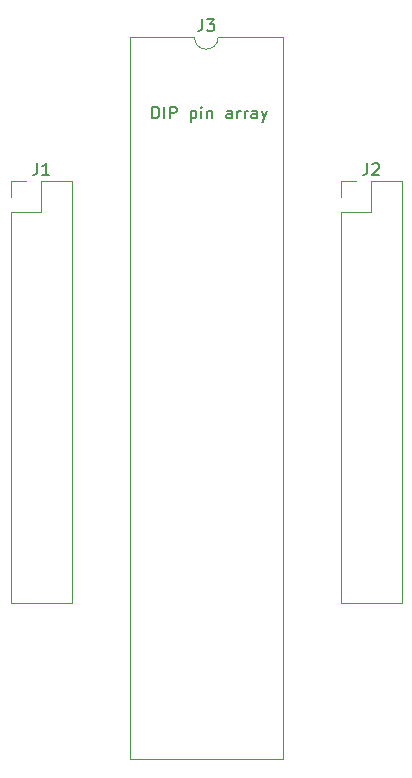
<source format=gbr>
G04 #@! TF.GenerationSoftware,KiCad,Pcbnew,7.0.6-7.0.6~ubuntu23.04.1*
G04 #@! TF.CreationDate,2023-07-23T13:01:15+01:00*
G04 #@! TF.ProjectId,WIZnet adapter,57495a6e-6574-4206-9164-61707465722e,rev?*
G04 #@! TF.SameCoordinates,Original*
G04 #@! TF.FileFunction,Legend,Top*
G04 #@! TF.FilePolarity,Positive*
%FSLAX46Y46*%
G04 Gerber Fmt 4.6, Leading zero omitted, Abs format (unit mm)*
G04 Created by KiCad (PCBNEW 7.0.6-7.0.6~ubuntu23.04.1) date 2023-07-23 13:01:15*
%MOMM*%
%LPD*%
G01*
G04 APERTURE LIST*
%ADD10C,0.150000*%
%ADD11C,0.120000*%
G04 APERTURE END LIST*
D10*
X109394666Y-63164819D02*
X109394666Y-63879104D01*
X109394666Y-63879104D02*
X109347047Y-64021961D01*
X109347047Y-64021961D02*
X109251809Y-64117200D01*
X109251809Y-64117200D02*
X109108952Y-64164819D01*
X109108952Y-64164819D02*
X109013714Y-64164819D01*
X110394666Y-64164819D02*
X109823238Y-64164819D01*
X110108952Y-64164819D02*
X110108952Y-63164819D01*
X110108952Y-63164819D02*
X110013714Y-63307676D01*
X110013714Y-63307676D02*
X109918476Y-63402914D01*
X109918476Y-63402914D02*
X109823238Y-63450533D01*
X137334666Y-63164819D02*
X137334666Y-63879104D01*
X137334666Y-63879104D02*
X137287047Y-64021961D01*
X137287047Y-64021961D02*
X137191809Y-64117200D01*
X137191809Y-64117200D02*
X137048952Y-64164819D01*
X137048952Y-64164819D02*
X136953714Y-64164819D01*
X137763238Y-63260057D02*
X137810857Y-63212438D01*
X137810857Y-63212438D02*
X137906095Y-63164819D01*
X137906095Y-63164819D02*
X138144190Y-63164819D01*
X138144190Y-63164819D02*
X138239428Y-63212438D01*
X138239428Y-63212438D02*
X138287047Y-63260057D01*
X138287047Y-63260057D02*
X138334666Y-63355295D01*
X138334666Y-63355295D02*
X138334666Y-63450533D01*
X138334666Y-63450533D02*
X138287047Y-63593390D01*
X138287047Y-63593390D02*
X137715619Y-64164819D01*
X137715619Y-64164819D02*
X138334666Y-64164819D01*
X123364666Y-50972819D02*
X123364666Y-51687104D01*
X123364666Y-51687104D02*
X123317047Y-51829961D01*
X123317047Y-51829961D02*
X123221809Y-51925200D01*
X123221809Y-51925200D02*
X123078952Y-51972819D01*
X123078952Y-51972819D02*
X122983714Y-51972819D01*
X123745619Y-50972819D02*
X124364666Y-50972819D01*
X124364666Y-50972819D02*
X124031333Y-51353771D01*
X124031333Y-51353771D02*
X124174190Y-51353771D01*
X124174190Y-51353771D02*
X124269428Y-51401390D01*
X124269428Y-51401390D02*
X124317047Y-51449009D01*
X124317047Y-51449009D02*
X124364666Y-51544247D01*
X124364666Y-51544247D02*
X124364666Y-51782342D01*
X124364666Y-51782342D02*
X124317047Y-51877580D01*
X124317047Y-51877580D02*
X124269428Y-51925200D01*
X124269428Y-51925200D02*
X124174190Y-51972819D01*
X124174190Y-51972819D02*
X123888476Y-51972819D01*
X123888476Y-51972819D02*
X123793238Y-51925200D01*
X123793238Y-51925200D02*
X123745619Y-51877580D01*
X119142476Y-59382819D02*
X119142476Y-58382819D01*
X119142476Y-58382819D02*
X119380571Y-58382819D01*
X119380571Y-58382819D02*
X119523428Y-58430438D01*
X119523428Y-58430438D02*
X119618666Y-58525676D01*
X119618666Y-58525676D02*
X119666285Y-58620914D01*
X119666285Y-58620914D02*
X119713904Y-58811390D01*
X119713904Y-58811390D02*
X119713904Y-58954247D01*
X119713904Y-58954247D02*
X119666285Y-59144723D01*
X119666285Y-59144723D02*
X119618666Y-59239961D01*
X119618666Y-59239961D02*
X119523428Y-59335200D01*
X119523428Y-59335200D02*
X119380571Y-59382819D01*
X119380571Y-59382819D02*
X119142476Y-59382819D01*
X120142476Y-59382819D02*
X120142476Y-58382819D01*
X120618666Y-59382819D02*
X120618666Y-58382819D01*
X120618666Y-58382819D02*
X120999618Y-58382819D01*
X120999618Y-58382819D02*
X121094856Y-58430438D01*
X121094856Y-58430438D02*
X121142475Y-58478057D01*
X121142475Y-58478057D02*
X121190094Y-58573295D01*
X121190094Y-58573295D02*
X121190094Y-58716152D01*
X121190094Y-58716152D02*
X121142475Y-58811390D01*
X121142475Y-58811390D02*
X121094856Y-58859009D01*
X121094856Y-58859009D02*
X120999618Y-58906628D01*
X120999618Y-58906628D02*
X120618666Y-58906628D01*
X122380571Y-58716152D02*
X122380571Y-59716152D01*
X122380571Y-58763771D02*
X122475809Y-58716152D01*
X122475809Y-58716152D02*
X122666285Y-58716152D01*
X122666285Y-58716152D02*
X122761523Y-58763771D01*
X122761523Y-58763771D02*
X122809142Y-58811390D01*
X122809142Y-58811390D02*
X122856761Y-58906628D01*
X122856761Y-58906628D02*
X122856761Y-59192342D01*
X122856761Y-59192342D02*
X122809142Y-59287580D01*
X122809142Y-59287580D02*
X122761523Y-59335200D01*
X122761523Y-59335200D02*
X122666285Y-59382819D01*
X122666285Y-59382819D02*
X122475809Y-59382819D01*
X122475809Y-59382819D02*
X122380571Y-59335200D01*
X123285333Y-59382819D02*
X123285333Y-58716152D01*
X123285333Y-58382819D02*
X123237714Y-58430438D01*
X123237714Y-58430438D02*
X123285333Y-58478057D01*
X123285333Y-58478057D02*
X123332952Y-58430438D01*
X123332952Y-58430438D02*
X123285333Y-58382819D01*
X123285333Y-58382819D02*
X123285333Y-58478057D01*
X123761523Y-58716152D02*
X123761523Y-59382819D01*
X123761523Y-58811390D02*
X123809142Y-58763771D01*
X123809142Y-58763771D02*
X123904380Y-58716152D01*
X123904380Y-58716152D02*
X124047237Y-58716152D01*
X124047237Y-58716152D02*
X124142475Y-58763771D01*
X124142475Y-58763771D02*
X124190094Y-58859009D01*
X124190094Y-58859009D02*
X124190094Y-59382819D01*
X125856761Y-59382819D02*
X125856761Y-58859009D01*
X125856761Y-58859009D02*
X125809142Y-58763771D01*
X125809142Y-58763771D02*
X125713904Y-58716152D01*
X125713904Y-58716152D02*
X125523428Y-58716152D01*
X125523428Y-58716152D02*
X125428190Y-58763771D01*
X125856761Y-59335200D02*
X125761523Y-59382819D01*
X125761523Y-59382819D02*
X125523428Y-59382819D01*
X125523428Y-59382819D02*
X125428190Y-59335200D01*
X125428190Y-59335200D02*
X125380571Y-59239961D01*
X125380571Y-59239961D02*
X125380571Y-59144723D01*
X125380571Y-59144723D02*
X125428190Y-59049485D01*
X125428190Y-59049485D02*
X125523428Y-59001866D01*
X125523428Y-59001866D02*
X125761523Y-59001866D01*
X125761523Y-59001866D02*
X125856761Y-58954247D01*
X126332952Y-59382819D02*
X126332952Y-58716152D01*
X126332952Y-58906628D02*
X126380571Y-58811390D01*
X126380571Y-58811390D02*
X126428190Y-58763771D01*
X126428190Y-58763771D02*
X126523428Y-58716152D01*
X126523428Y-58716152D02*
X126618666Y-58716152D01*
X126952000Y-59382819D02*
X126952000Y-58716152D01*
X126952000Y-58906628D02*
X126999619Y-58811390D01*
X126999619Y-58811390D02*
X127047238Y-58763771D01*
X127047238Y-58763771D02*
X127142476Y-58716152D01*
X127142476Y-58716152D02*
X127237714Y-58716152D01*
X127999619Y-59382819D02*
X127999619Y-58859009D01*
X127999619Y-58859009D02*
X127952000Y-58763771D01*
X127952000Y-58763771D02*
X127856762Y-58716152D01*
X127856762Y-58716152D02*
X127666286Y-58716152D01*
X127666286Y-58716152D02*
X127571048Y-58763771D01*
X127999619Y-59335200D02*
X127904381Y-59382819D01*
X127904381Y-59382819D02*
X127666286Y-59382819D01*
X127666286Y-59382819D02*
X127571048Y-59335200D01*
X127571048Y-59335200D02*
X127523429Y-59239961D01*
X127523429Y-59239961D02*
X127523429Y-59144723D01*
X127523429Y-59144723D02*
X127571048Y-59049485D01*
X127571048Y-59049485D02*
X127666286Y-59001866D01*
X127666286Y-59001866D02*
X127904381Y-59001866D01*
X127904381Y-59001866D02*
X127999619Y-58954247D01*
X128380572Y-58716152D02*
X128618667Y-59382819D01*
X128856762Y-58716152D02*
X128618667Y-59382819D01*
X128618667Y-59382819D02*
X128523429Y-59620914D01*
X128523429Y-59620914D02*
X128475810Y-59668533D01*
X128475810Y-59668533D02*
X128380572Y-59716152D01*
D11*
X107128000Y-100390000D02*
X112328000Y-100390000D01*
X107128000Y-67310000D02*
X107128000Y-100390000D01*
X112328000Y-64710000D02*
X112328000Y-100390000D01*
X107128000Y-67310000D02*
X109728000Y-67310000D01*
X109728000Y-67310000D02*
X109728000Y-64710000D01*
X109728000Y-64710000D02*
X112328000Y-64710000D01*
X107128000Y-66040000D02*
X107128000Y-64710000D01*
X107128000Y-64710000D02*
X108458000Y-64710000D01*
X135068000Y-64710000D02*
X136398000Y-64710000D01*
X135068000Y-66040000D02*
X135068000Y-64710000D01*
X137668000Y-64710000D02*
X140268000Y-64710000D01*
X137668000Y-67310000D02*
X137668000Y-64710000D01*
X135068000Y-67310000D02*
X137668000Y-67310000D01*
X140268000Y-64710000D02*
X140268000Y-100390000D01*
X135068000Y-67310000D02*
X135068000Y-100390000D01*
X135068000Y-100390000D02*
X140268000Y-100390000D01*
X122698000Y-52518000D02*
G75*
G03*
X124698000Y-52518000I1000000J0D01*
G01*
X122698000Y-52518000D02*
X117238000Y-52518000D01*
X117238000Y-52518000D02*
X117238000Y-113598000D01*
X117238000Y-113598000D02*
X130158000Y-113598000D01*
X130158000Y-113598000D02*
X130158000Y-52518000D01*
X130158000Y-52518000D02*
X124698000Y-52518000D01*
M02*

</source>
